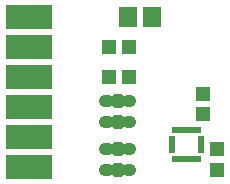
<source format=gts>
G75*
%MOIN*%
%OFA0B0*%
%FSLAX25Y25*%
%IPPOS*%
%LPD*%
%AMOC8*
5,1,8,0,0,1.08239X$1,22.5*
%
%ADD10R,0.05918X0.07099*%
%ADD11R,0.05052X0.04934*%
%ADD12R,0.15800X0.08400*%
%ADD13R,0.02020X0.02414*%
%ADD14R,0.02414X0.02020*%
%ADD15R,0.04737X0.05131*%
%ADD16C,0.03950*%
%ADD17C,0.01975*%
D10*
X0053563Y0083102D03*
X0061437Y0083102D03*
D11*
X0078500Y0057547D03*
X0078500Y0050657D03*
X0083000Y0039047D03*
X0083000Y0032157D03*
D12*
X0020500Y0033102D03*
X0020500Y0043102D03*
X0020500Y0053102D03*
X0020500Y0063102D03*
X0020500Y0073102D03*
X0020500Y0083102D03*
D13*
X0069063Y0045425D03*
X0071031Y0045425D03*
X0073000Y0045425D03*
X0074969Y0045425D03*
X0076937Y0045425D03*
X0076937Y0035779D03*
X0074969Y0035779D03*
X0073000Y0035779D03*
X0071031Y0035779D03*
X0069063Y0035779D03*
D14*
X0068177Y0038634D03*
X0068177Y0040602D03*
X0068177Y0042571D03*
X0077823Y0042571D03*
X0077823Y0040602D03*
X0077823Y0038634D03*
D15*
X0053846Y0063102D03*
X0047154Y0063102D03*
X0047154Y0073102D03*
X0053846Y0073102D03*
D16*
X0054086Y0055102D02*
X0053300Y0055102D01*
X0046700Y0055102D02*
X0045914Y0055102D01*
X0045914Y0048102D02*
X0046700Y0048102D01*
X0053300Y0048102D02*
X0054086Y0048102D01*
X0054086Y0039102D02*
X0053300Y0039102D01*
X0046700Y0039102D02*
X0045914Y0039102D01*
X0045914Y0032102D02*
X0046700Y0032102D01*
X0053300Y0032102D02*
X0054086Y0032102D01*
D17*
X0049012Y0030721D02*
X0049012Y0033483D01*
X0050988Y0033483D01*
X0050988Y0030721D01*
X0049012Y0030721D01*
X0049012Y0032695D02*
X0050988Y0032695D01*
X0049012Y0037721D02*
X0049012Y0040483D01*
X0050988Y0040483D01*
X0050988Y0037721D01*
X0049012Y0037721D01*
X0049012Y0039695D02*
X0050988Y0039695D01*
X0049012Y0046721D02*
X0049012Y0049483D01*
X0050988Y0049483D01*
X0050988Y0046721D01*
X0049012Y0046721D01*
X0049012Y0048695D02*
X0050988Y0048695D01*
X0049012Y0053721D02*
X0049012Y0056483D01*
X0050988Y0056483D01*
X0050988Y0053721D01*
X0049012Y0053721D01*
X0049012Y0055695D02*
X0050988Y0055695D01*
M02*

</source>
